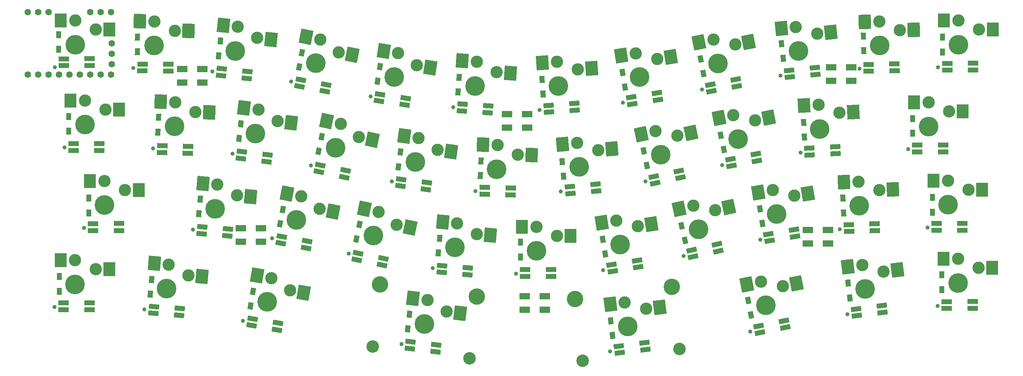
<source format=gbs>
G04 #@! TF.GenerationSoftware,KiCad,Pcbnew,8.0.1*
G04 #@! TF.CreationDate,2024-06-23T14:06:00+09:00*
G04 #@! TF.ProjectId,noraneko42gr,6e6f7261-6e65-46b6-9f34-3267722e6b69,rev?*
G04 #@! TF.SameCoordinates,Original*
G04 #@! TF.FileFunction,Soldermask,Bot*
G04 #@! TF.FilePolarity,Negative*
%FSLAX46Y46*%
G04 Gerber Fmt 4.6, Leading zero omitted, Abs format (unit mm)*
G04 Created by KiCad (PCBNEW 8.0.1) date 2024-06-23 14:06:00*
%MOMM*%
%LPD*%
G01*
G04 APERTURE LIST*
G04 Aperture macros list*
%AMRotRect*
0 Rectangle, with rotation*
0 The origin of the aperture is its center*
0 $1 length*
0 $2 width*
0 $3 Rotation angle, in degrees counterclockwise*
0 Add horizontal line*
21,1,$1,$2,0,0,$3*%
G04 Aperture macros list end*
%ADD10C,3.000000*%
%ADD11C,4.800000*%
%ADD12C,1.000000*%
%ADD13RotRect,3.000000X3.500000X355.000000*%
%ADD14RotRect,3.000000X3.500000X353.000000*%
%ADD15RotRect,3.000000X3.500000X354.000000*%
%ADD16R,3.000000X3.500000*%
%ADD17RotRect,3.000000X3.500000X7.000000*%
%ADD18RotRect,3.000000X3.500000X352.000000*%
%ADD19RotRect,3.000000X3.500000X349.000000*%
%ADD20RotRect,3.000000X3.500000X348.000000*%
%ADD21RotRect,3.000000X3.500000X4.000000*%
%ADD22RotRect,3.000000X3.500000X11.000000*%
%ADD23C,3.050000*%
%ADD24C,4.000000*%
%ADD25RotRect,3.000000X3.500000X3.000000*%
%ADD26RotRect,3.000000X3.500000X12.000000*%
%ADD27RotRect,3.000000X3.500000X359.000000*%
%ADD28RotRect,3.000000X3.500000X351.000000*%
%ADD29RotRect,3.000000X3.500000X2.000000*%
%ADD30RotRect,3.000000X3.500000X9.000000*%
%ADD31RotRect,3.000000X3.500000X5.000000*%
%ADD32RotRect,3.000000X3.500000X9.500000*%
%ADD33RotRect,3.000000X3.500000X358.000000*%
%ADD34RotRect,3.000000X3.500000X6.000000*%
%ADD35RotRect,3.000000X3.500000X12.500000*%
%ADD36RotRect,3.000000X3.500000X1.000000*%
%ADD37RotRect,3.000000X3.500000X11.500000*%
%ADD38RotRect,3.000000X3.500000X350.000000*%
%ADD39RotRect,3.000000X3.500000X356.000000*%
%ADD40RotRect,2.500000X1.200000X11.000000*%
%ADD41R,1.250000X1.700000*%
%ADD42RotRect,2.500000X1.200000X3.000000*%
%ADD43R,2.500000X1.200000*%
%ADD44RotRect,2.500000X1.200000X9.000000*%
%ADD45RotRect,2.500000X1.200000X352.000000*%
%ADD46RotRect,2.500000X1.200000X353.000000*%
%ADD47RotRect,1.700000X1.250000X82.000000*%
%ADD48RotRect,1.700000X1.250000X95.000000*%
%ADD49RotRect,2.500000X1.200000X358.000000*%
%ADD50RotRect,1.700000X1.250000X79.000000*%
%ADD51RotRect,2.500000X1.200000X349.000000*%
%ADD52RotRect,2.500000X1.200000X11.500000*%
%ADD53RotRect,1.700000X1.250000X102.000000*%
%ADD54RotRect,1.700000X1.250000X96.000000*%
%ADD55RotRect,2.500000X1.200000X1.000000*%
%ADD56RotRect,1.700000X1.250000X83.000000*%
%ADD57RotRect,1.700000X1.250000X102.500000*%
%ADD58RotRect,1.700000X1.250000X86.000000*%
%ADD59RotRect,1.700000X1.250000X94.000000*%
%ADD60RotRect,1.700000X1.250000X78.000000*%
%ADD61RotRect,1.700000X1.250000X85.000000*%
%ADD62RotRect,2.500000X1.200000X354.000000*%
%ADD63RotRect,1.700000X1.250000X101.000000*%
%ADD64R,2.500000X1.500000*%
%ADD65RotRect,2.500000X1.200000X351.000000*%
%ADD66RotRect,2.500000X1.200000X4.000000*%
%ADD67RotRect,2.500000X1.200000X356.000000*%
%ADD68RotRect,2.500000X1.200000X348.000000*%
%ADD69RotRect,1.700000X1.250000X89.000000*%
%ADD70RotRect,2.500000X1.200000X350.000000*%
%ADD71RotRect,1.700000X1.250000X99.000000*%
%ADD72RotRect,1.700000X1.250000X92.000000*%
%ADD73RotRect,1.700000X1.250000X84.000000*%
%ADD74RotRect,1.700000X1.250000X97.000000*%
%ADD75RotRect,1.700000X1.250000X80.000000*%
%ADD76RotRect,2.500000X1.200000X2.000000*%
%ADD77RotRect,1.700000X1.250000X101.500000*%
%ADD78RotRect,2.500000X1.200000X5.000000*%
%ADD79RotRect,2.500000X1.200000X355.000000*%
%ADD80RotRect,1.700000X1.250000X93.000000*%
%ADD81RotRect,2.500000X1.200000X359.000000*%
%ADD82RotRect,2.500000X1.200000X6.000000*%
%ADD83RotRect,2.500000X1.200000X12.000000*%
%ADD84RotRect,1.700000X1.250000X99.500000*%
%ADD85RotRect,1.700000X1.250000X91.000000*%
%ADD86RotRect,1.700000X1.250000X88.000000*%
%ADD87RotRect,1.700000X1.250000X81.000000*%
%ADD88RotRect,2.500000X1.200000X9.500000*%
%ADD89C,1.600000*%
%ADD90RotRect,2.500000X1.200000X12.500000*%
%ADD91RotRect,2.500000X1.200000X7.000000*%
G04 APERTURE END LIST*
D10*
X170876450Y-144105858D03*
D11*
X165573000Y-147356000D03*
D10*
X166087219Y-141478451D03*
D12*
X160108312Y-152449102D03*
D13*
X174213702Y-144397830D03*
X162550728Y-141169048D03*
D10*
X122293647Y-116496926D03*
D11*
X116880000Y-119560000D03*
D10*
X117599029Y-113703978D03*
D12*
X111240894Y-124459284D03*
D14*
X125618677Y-116905188D03*
X114075490Y-113271342D03*
D10*
X117305365Y-96239011D03*
D11*
X111946000Y-99396100D03*
D10*
X112562718Y-93528421D03*
D12*
X106393258Y-104393054D03*
D15*
X120637013Y-96589182D03*
X109032165Y-93157345D03*
D10*
X77883400Y-94172100D03*
D11*
X72883400Y-97872100D03*
D10*
X72883400Y-91972100D03*
D12*
X67883400Y-103422100D03*
D16*
X81233400Y-94172100D03*
X69333400Y-91972100D03*
D10*
X270131814Y-153238233D03*
D11*
X265620000Y-157520000D03*
D10*
X264900971Y-151663978D03*
D12*
X261333644Y-163637978D03*
D17*
X273456844Y-152829970D03*
X261377432Y-152096614D03*
D10*
X161326281Y-123511874D03*
D11*
X155860000Y-126480000D03*
D10*
X156681121Y-120637418D03*
D12*
X150136249Y-131280122D03*
D18*
X164643679Y-123978104D03*
X153165670Y-120143354D03*
D10*
X293271880Y-152358280D03*
D11*
X288271880Y-156058280D03*
D10*
X288271880Y-150158280D03*
D12*
X283271880Y-161608280D03*
D16*
X296621880Y-152358280D03*
X284721880Y-150158280D03*
D10*
X132499129Y-137981024D03*
D11*
X126885000Y-140659000D03*
D10*
X128010773Y-134867400D03*
D12*
X120917874Y-145152986D03*
D19*
X135787580Y-138620236D03*
X124525997Y-134190028D03*
D10*
X151333011Y-141857412D03*
D11*
X145673000Y-144437000D03*
D10*
X146899679Y-138665929D03*
D12*
X139628352Y-148826161D03*
D20*
X154609806Y-142553916D03*
X143427255Y-137927843D03*
D10*
X195540077Y-103926658D03*
D11*
X190810356Y-107966427D03*
D10*
X190398793Y-102080799D03*
D12*
X186209684Y-113851690D03*
D21*
X198881917Y-103692973D03*
X186857440Y-102328435D03*
D10*
X238792143Y-116323934D03*
D11*
X234590000Y-120910000D03*
D10*
X233464227Y-115118400D03*
D12*
X230740854Y-127312076D03*
D22*
X242080594Y-115684724D03*
X229979449Y-115795772D03*
D23*
X169058214Y-174458068D03*
D24*
X170915503Y-159331665D03*
D10*
X163513647Y-162996926D03*
D11*
X158100000Y-166060000D03*
D10*
X158819029Y-160203978D03*
D12*
X152460894Y-170959284D03*
D23*
X145435615Y-171557578D03*
D24*
X147292904Y-156431175D03*
D14*
X166838677Y-163405188D03*
X155295490Y-159771342D03*
D10*
X259349505Y-114483391D03*
D11*
X254550000Y-118440000D03*
D10*
X254241218Y-112548086D03*
D12*
X249847317Y-124244074D03*
D25*
X262694914Y-114308065D03*
X250696083Y-112733878D03*
D10*
X219851465Y-120091295D03*
D11*
X215730000Y-124750000D03*
D10*
X214503321Y-118978929D03*
D12*
X211993172Y-131218278D03*
D26*
X223128259Y-119394791D03*
X211030897Y-119717016D03*
D10*
X233912499Y-97837961D03*
D11*
X229710356Y-102424027D03*
D10*
X228584583Y-96632427D03*
D12*
X225861210Y-108826103D03*
D22*
X237200950Y-97198751D03*
X225099805Y-97309799D03*
D10*
X137190129Y-99737624D03*
D11*
X131576000Y-102415600D03*
D10*
X132701773Y-96624000D03*
D12*
X125608874Y-106909586D03*
D19*
X140478580Y-100376836D03*
X129216997Y-95946628D03*
D10*
X97192812Y-94482326D03*
D11*
X92129000Y-98094500D03*
D10*
X92231969Y-92195399D03*
D12*
X87032901Y-103556393D03*
D27*
X100542302Y-94540791D03*
X88682510Y-92133443D03*
D10*
X156254249Y-102922725D03*
D11*
X150737000Y-105795000D03*
D10*
X151659963Y-99967639D03*
D12*
X144930347Y-110494498D03*
D28*
X159563005Y-103446781D03*
X148153670Y-99412296D03*
D10*
X269067826Y-133337756D03*
D11*
X264200000Y-137210000D03*
D10*
X263994093Y-131313594D03*
D12*
X259396738Y-142931117D03*
D29*
X272415785Y-133220843D03*
X260446256Y-131437487D03*
D10*
X190410000Y-144520000D03*
D11*
X185410000Y-148220000D03*
D10*
X185410000Y-142320000D03*
D12*
X180410000Y-153770000D03*
D16*
X193760000Y-144520000D03*
X181860000Y-142320000D03*
D10*
X85027300Y-133331000D03*
D11*
X80027300Y-137031000D03*
D10*
X80027300Y-131131000D03*
D12*
X75027300Y-142581000D03*
D16*
X88377300Y-133331000D03*
X76477300Y-131131000D03*
D10*
X142094011Y-120429412D03*
D11*
X136434000Y-123009000D03*
D10*
X137660679Y-117237929D03*
D12*
X130389352Y-127398161D03*
D20*
X145370806Y-121125916D03*
X134188255Y-116499843D03*
D10*
X210159634Y-142193381D03*
D11*
X205800000Y-146630000D03*
D10*
X204877037Y-140802639D03*
D12*
X201729770Y-152893843D03*
D30*
X213468390Y-141669325D03*
X201370743Y-141357981D03*
D10*
X293402956Y-94180527D03*
D11*
X288402956Y-97880527D03*
D10*
X288402956Y-91980527D03*
D12*
X283402956Y-103430527D03*
D16*
X296752956Y-94180527D03*
X284852956Y-91980527D03*
D10*
X290820000Y-133260000D03*
D11*
X285820000Y-136960000D03*
D10*
X285820000Y-131060000D03*
D12*
X280820000Y-142510000D03*
D16*
X294170000Y-133260000D03*
X282270000Y-131060000D03*
D10*
X200498497Y-123598301D03*
D11*
X195840000Y-127720000D03*
D10*
X195325781Y-121842451D03*
D12*
X191342741Y-133684659D03*
D31*
X203835749Y-123306329D03*
X191789290Y-122151854D03*
D10*
X112366450Y-134659858D03*
D11*
X107063000Y-137910000D03*
D10*
X107577219Y-132032451D03*
D12*
X101598312Y-143003102D03*
D13*
X115703702Y-134951830D03*
X104040728Y-131723048D03*
D10*
X248360752Y-134735505D03*
D11*
X244040000Y-139210000D03*
D10*
X243066219Y-133390915D03*
D12*
X240024586Y-145509123D03*
D32*
X251664809Y-134182596D03*
X239564905Y-133976834D03*
D10*
X102225082Y-114302751D03*
D11*
X97099000Y-117826000D03*
D10*
X97304907Y-111929594D03*
D12*
X91908354Y-123198122D03*
D33*
X105573042Y-114419665D03*
X93757070Y-111805701D03*
D10*
X253926210Y-95202154D03*
D11*
X249340356Y-99404527D03*
D10*
X248723638Y-93536848D03*
D12*
X244947878Y-105446766D03*
D34*
X257257861Y-94851983D03*
X245193085Y-93907924D03*
D10*
X229070652Y-138275507D03*
D11*
X224990000Y-142970000D03*
D10*
X223713006Y-137209854D03*
D12*
X221309760Y-149470641D03*
D35*
X232341245Y-137550434D03*
X220247155Y-137978214D03*
D10*
X286074480Y-114133180D03*
D11*
X281074480Y-117833180D03*
D10*
X281074480Y-111933180D03*
D12*
X276074480Y-123383180D03*
D16*
X289424480Y-114133180D03*
X277524480Y-111933180D03*
D10*
X77870000Y-152660000D03*
D11*
X72870000Y-156360000D03*
D10*
X72870000Y-150460000D03*
D12*
X67870000Y-161910000D03*
D16*
X81220000Y-152660000D03*
X69320000Y-150460000D03*
D10*
X274092021Y-94316228D03*
D11*
X269157356Y-98102927D03*
D10*
X269054387Y-92203826D03*
D12*
X264254978Y-103739344D03*
D36*
X277441510Y-94257763D03*
X265504927Y-92265782D03*
D10*
X180866082Y-124736751D03*
D11*
X175740000Y-128260000D03*
D10*
X175945907Y-122363594D03*
D12*
X170549354Y-133632122D03*
D33*
X184214042Y-124853665D03*
X172398070Y-122239701D03*
D10*
X80264400Y-113702000D03*
D11*
X75264400Y-117402000D03*
D10*
X75264400Y-111502000D03*
D12*
X70264400Y-122952000D03*
D16*
X83614400Y-113702000D03*
X71714400Y-111502000D03*
D10*
X245551962Y-156847439D03*
D11*
X241390000Y-161470000D03*
D10*
X240213729Y-155688444D03*
D12*
X237596869Y-167905422D03*
D37*
X248834710Y-156179556D03*
X236734996Y-156396200D03*
D10*
X125296537Y-157874452D03*
D11*
X119730000Y-160650000D03*
D10*
X120754524Y-154839634D03*
D12*
X113842214Y-165247442D03*
D38*
X128595643Y-158456174D03*
X117258457Y-154223183D03*
D10*
X100513450Y-154189858D03*
D11*
X95210000Y-157440000D03*
D10*
X95724219Y-151562451D03*
D12*
X89745312Y-162533102D03*
D13*
X103850702Y-154481830D03*
X92187728Y-151253048D03*
D23*
X220344384Y-172137578D03*
D24*
X218487095Y-157011175D03*
D10*
X212191813Y-162358233D03*
D11*
X207679999Y-166640000D03*
D10*
X206960970Y-160783978D03*
D12*
X203393643Y-172757978D03*
D23*
X196721785Y-175038068D03*
D24*
X194864496Y-159911665D03*
D17*
X215516843Y-161949970D03*
X203437431Y-161216614D03*
D10*
X214908990Y-101366808D03*
D11*
X210549356Y-105803427D03*
D10*
X209626393Y-99976066D03*
D12*
X206479126Y-112067270D03*
D30*
X218217746Y-100842752D03*
X206120099Y-100531408D03*
D10*
X175721919Y-104615795D03*
D11*
X170476000Y-107958000D03*
D10*
X170887563Y-102072372D03*
D12*
X165101031Y-113145698D03*
D39*
X179063759Y-104849480D03*
X167346211Y-101824737D03*
D40*
X239230642Y-126233335D03*
X238906267Y-124564569D03*
X232731556Y-125815747D03*
X233046391Y-127435431D03*
D41*
X68880000Y-99020000D03*
X68880000Y-95420000D03*
D42*
X258397576Y-124483977D03*
X258308604Y-122786307D03*
X252019855Y-123165955D03*
X252106210Y-124813693D03*
D43*
X78749500Y-123705000D03*
X78749500Y-122005000D03*
X72449500Y-122055000D03*
X72449500Y-123705000D03*
D44*
X215041095Y-111346769D03*
X214775156Y-109667696D03*
X208560541Y-110702618D03*
X208818658Y-112332304D03*
D45*
X158451047Y-133230123D03*
X158687642Y-131546667D03*
X152441994Y-130719390D03*
X152212358Y-132353333D03*
D46*
X119572931Y-126399617D03*
X119780109Y-124712288D03*
X113520975Y-123994139D03*
X113319891Y-125631840D03*
D47*
X151704730Y-127659006D03*
X152205754Y-124094036D03*
D48*
X192031975Y-129975329D03*
X191718215Y-126389029D03*
D49*
X179087778Y-134565827D03*
X179147107Y-132866862D03*
X172849199Y-132696965D03*
X172791615Y-134345960D03*
D50*
X122832004Y-141612159D03*
X123518916Y-138078301D03*
D51*
X133829938Y-109260431D03*
X134154313Y-107591665D03*
X127960522Y-106438650D03*
X127645687Y-108058335D03*
D52*
X246156226Y-166929927D03*
X245817300Y-165264055D03*
X239653743Y-166569069D03*
X239982700Y-168185945D03*
D53*
X212319787Y-127315864D03*
X211571305Y-123794532D03*
D50*
X127482004Y-103342159D03*
X128168916Y-99808301D03*
D43*
X83550000Y-143235000D03*
X83550000Y-141535000D03*
X77250000Y-141585000D03*
X77250000Y-143235000D03*
D54*
X245593288Y-101182753D03*
X245216986Y-97602475D03*
D55*
X272789355Y-104236592D03*
X272759686Y-102536851D03*
X266461518Y-102696794D03*
X266490314Y-104346543D03*
D56*
X154025822Y-167273537D03*
X154464552Y-163700371D03*
D57*
X221635185Y-145642744D03*
X220856003Y-142128078D03*
D58*
X166334438Y-109435615D03*
X166585562Y-105844385D03*
D59*
X187050623Y-109927359D03*
X186799499Y-106336129D03*
D60*
X132261305Y-123855469D03*
X133009787Y-120334137D03*
D61*
X91228215Y-158790971D03*
X91541975Y-155204671D03*
D41*
X68985000Y-158050000D03*
X68985000Y-154450000D03*
D62*
X114743895Y-106074608D03*
X114921593Y-104383921D03*
X108650879Y-103775118D03*
X108478407Y-105416079D03*
D63*
X226188916Y-104911699D03*
X225502004Y-101377841D03*
D64*
X99000000Y-107140000D03*
X99000000Y-103840000D03*
X103900000Y-103840000D03*
X103900000Y-107140000D03*
D65*
X153253249Y-112582304D03*
X153519188Y-110903231D03*
X147288929Y-109967081D03*
X147030812Y-111596769D03*
D46*
X160772931Y-172802553D03*
X160980109Y-171115224D03*
X154720975Y-170397075D03*
X154519891Y-172034776D03*
D61*
X103068215Y-139150971D03*
X103381975Y-135564671D03*
D66*
X194786568Y-113903197D03*
X194667982Y-112207338D03*
X188386816Y-112696682D03*
X188501914Y-114342662D03*
D63*
X231118916Y-123501699D03*
X230432004Y-119967841D03*
D67*
X173533034Y-114492662D03*
X173651620Y-112796803D03*
X167363478Y-112407216D03*
X167248380Y-114053197D03*
D68*
X138521661Y-130219043D03*
X138875111Y-128556192D03*
X132702385Y-127295256D03*
X132359331Y-128909200D03*
D69*
X88038586Y-99609726D03*
X88101414Y-96010274D03*
D43*
X289349500Y-143160000D03*
X289349500Y-141460000D03*
X283049500Y-141510000D03*
X283049500Y-143160000D03*
D70*
X122104542Y-167509078D03*
X122399745Y-165834905D03*
X116186774Y-164790162D03*
X115900255Y-166415095D03*
D71*
X202186890Y-148941750D03*
X201623726Y-145386072D03*
D72*
X260337835Y-138919776D03*
X260212197Y-135321970D03*
D61*
X161498215Y-148710971D03*
X161811975Y-145124671D03*
D73*
X107916986Y-100567526D03*
X108293288Y-96987248D03*
D74*
X204004552Y-168869630D03*
X203565822Y-165296464D03*
D64*
X178250000Y-118120000D03*
X178250000Y-114820000D03*
X183150000Y-114820000D03*
X183150000Y-118120000D03*
X257300000Y-106690000D03*
X257300000Y-103390000D03*
X262200000Y-103390000D03*
X262200000Y-106690000D03*
D41*
X76185000Y-138920000D03*
X76185000Y-135320000D03*
D43*
X76400000Y-103010000D03*
X76400000Y-101310000D03*
X70100000Y-101360000D03*
X70100000Y-103010000D03*
D68*
X147721661Y-151669043D03*
X148075111Y-150006192D03*
X141902385Y-148745256D03*
X141559331Y-150359200D03*
D74*
X261904552Y-159669630D03*
X261465822Y-156096464D03*
D41*
X284335000Y-157660000D03*
X284335000Y-154060000D03*
D75*
X115672813Y-161658313D03*
X116297947Y-158113005D03*
D43*
X291949500Y-104089473D03*
X291949500Y-102389473D03*
X285649500Y-102439473D03*
X285649500Y-104089473D03*
D60*
X141491305Y-145275469D03*
X142239787Y-141754137D03*
D41*
X277215000Y-119520000D03*
X277215000Y-115920000D03*
D64*
X113290000Y-146000000D03*
X113290000Y-142700000D03*
X118190000Y-142700000D03*
X118190000Y-146000000D03*
D40*
X234330642Y-108033335D03*
X234006267Y-106364569D03*
X227831556Y-107615747D03*
X228146391Y-109235431D03*
D76*
X267977746Y-143239549D03*
X267918417Y-141540584D03*
X261623999Y-141810421D03*
X261681583Y-143459416D03*
D77*
X237784364Y-163818848D03*
X237066640Y-160291122D03*
D41*
X284465000Y-99650000D03*
X284465000Y-96050000D03*
D64*
X251660000Y-146370000D03*
X251660000Y-143070000D03*
X256560000Y-143070000D03*
X256560000Y-146370000D03*
D56*
X112855822Y-120773537D03*
X113294552Y-117200371D03*
D78*
X199999536Y-133632225D03*
X199851371Y-131938694D03*
X193579702Y-132537585D03*
X193723509Y-134181306D03*
D79*
X98263931Y-163971306D03*
X98412096Y-162277775D03*
X92131711Y-161778504D03*
X91987904Y-163422225D03*
D80*
X250829239Y-120447533D03*
X250640829Y-116852467D03*
D81*
X95569137Y-104355568D03*
X95598806Y-102655827D03*
X89298893Y-102595869D03*
X89270096Y-104245617D03*
D49*
X100368417Y-124434416D03*
X100427746Y-122735451D03*
X94129838Y-122565554D03*
X94072254Y-124214549D03*
D43*
X291849500Y-162265000D03*
X291849500Y-160565000D03*
X285549500Y-160615000D03*
X285549500Y-162265000D03*
D82*
X253511476Y-105141079D03*
X253333778Y-103450392D03*
X247073516Y-104158647D03*
X247245988Y-105799608D03*
D83*
X220532890Y-130351504D03*
X220179440Y-128688653D03*
X214027506Y-130047404D03*
X214370560Y-131661347D03*
D79*
X168563931Y-153996306D03*
X168712096Y-152302775D03*
X162431711Y-151803504D03*
X162287904Y-153447225D03*
D84*
X240582429Y-141459440D03*
X239988257Y-137908812D03*
D85*
X265246418Y-99360162D03*
X265183590Y-95760710D03*
D86*
X171742197Y-129818031D03*
X171867835Y-126220225D03*
D44*
X210244188Y-152196769D03*
X209978249Y-150517696D03*
X203763634Y-151552618D03*
X204021751Y-153182304D03*
D64*
X182580000Y-162590000D03*
X182580000Y-159290000D03*
X187480000Y-159290000D03*
X187480000Y-162590000D03*
D41*
X71335000Y-118980000D03*
X71335000Y-115380000D03*
D43*
X76375000Y-162560000D03*
X76375000Y-160860000D03*
X70075000Y-160910000D03*
X70075000Y-162560000D03*
D87*
X146663726Y-106753928D03*
X147226890Y-103198250D03*
D88*
X248520122Y-144693443D03*
X248239541Y-143016757D03*
X242034194Y-144105870D03*
X242306523Y-145733243D03*
D43*
X188950000Y-154420000D03*
X188950000Y-152720000D03*
X182650000Y-152770000D03*
X182650000Y-154420000D03*
D41*
X181570000Y-149700000D03*
X181570000Y-146100000D03*
D89*
X61286082Y-105152100D03*
X63826082Y-105152100D03*
X66366082Y-105152100D03*
X68906082Y-105152100D03*
X71446082Y-105152100D03*
X73986082Y-105152100D03*
X76526082Y-105152100D03*
X79066082Y-105152100D03*
X81606082Y-105152100D03*
X81816082Y-102612100D03*
X81816082Y-100072100D03*
X81816082Y-97532100D03*
X81606082Y-89912100D03*
X79066082Y-89912100D03*
X76526082Y-89912100D03*
X66366082Y-89912100D03*
X63826082Y-89912100D03*
X61286082Y-89912100D03*
D71*
X207016890Y-108261750D03*
X206453726Y-104706072D03*
D43*
X284649500Y-124040000D03*
X284649500Y-122340000D03*
X278349500Y-122390000D03*
X278349500Y-124040000D03*
D90*
X229788811Y-148248067D03*
X229420864Y-146588364D03*
X223281021Y-148000748D03*
X223638146Y-149611636D03*
D91*
X269872385Y-163289776D03*
X269665207Y-161602447D03*
X263418260Y-162419852D03*
X263619345Y-164057553D03*
D86*
X93102197Y-119228031D03*
X93227835Y-115630225D03*
D79*
X110038931Y-144571306D03*
X110187096Y-142877775D03*
X103906711Y-142378504D03*
X103762904Y-144022225D03*
D51*
X129179938Y-147510431D03*
X129504313Y-145841665D03*
X123310522Y-144688650D03*
X122995687Y-146308335D03*
D91*
X211980109Y-172334776D03*
X211772931Y-170647447D03*
X205525984Y-171464852D03*
X205727069Y-173102553D03*
D41*
X282035000Y-138750000D03*
X282035000Y-135150000D03*
M02*

</source>
